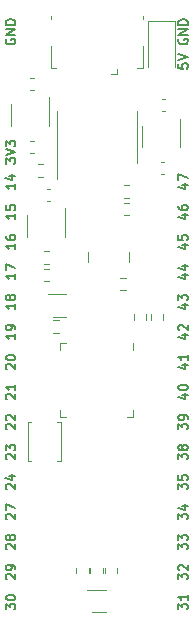
<source format=gto>
%TF.GenerationSoftware,KiCad,Pcbnew,5.1.9*%
%TF.CreationDate,2021-02-13T19:17:24+03:00*%
%TF.ProjectId,gw1ns2c-board,6777316e-7332-4632-9d62-6f6172642e6b,rev?*%
%TF.SameCoordinates,Original*%
%TF.FileFunction,Legend,Top*%
%TF.FilePolarity,Positive*%
%FSLAX46Y46*%
G04 Gerber Fmt 4.6, Leading zero omitted, Abs format (unit mm)*
G04 Created by KiCad (PCBNEW 5.1.9) date 2021-02-13 19:17:24*
%MOMM*%
%LPD*%
G01*
G04 APERTURE LIST*
%ADD10C,0.150000*%
%ADD11C,0.120000*%
G04 APERTURE END LIST*
D10*
X26612904Y-36550476D02*
X26612904Y-36055238D01*
X26917666Y-36321904D01*
X26917666Y-36207619D01*
X26955761Y-36131428D01*
X26993857Y-36093333D01*
X27070047Y-36055238D01*
X27260523Y-36055238D01*
X27336714Y-36093333D01*
X27374809Y-36131428D01*
X27412904Y-36207619D01*
X27412904Y-36436190D01*
X27374809Y-36512380D01*
X27336714Y-36550476D01*
X26612904Y-35826666D02*
X27412904Y-35560000D01*
X26612904Y-35293333D01*
X26612904Y-35102857D02*
X26612904Y-34607619D01*
X26917666Y-34874285D01*
X26917666Y-34760000D01*
X26955761Y-34683809D01*
X26993857Y-34645714D01*
X27070047Y-34607619D01*
X27260523Y-34607619D01*
X27336714Y-34645714D01*
X27374809Y-34683809D01*
X27412904Y-34760000D01*
X27412904Y-34988571D01*
X27374809Y-35064761D01*
X27336714Y-35102857D01*
X27412904Y-38252380D02*
X27412904Y-38709523D01*
X27412904Y-38480952D02*
X26612904Y-38480952D01*
X26727190Y-38557142D01*
X26803380Y-38633333D01*
X26841476Y-38709523D01*
X26879571Y-37566666D02*
X27412904Y-37566666D01*
X26574809Y-37757142D02*
X27146238Y-37947619D01*
X27146238Y-37452380D01*
X27412904Y-40792380D02*
X27412904Y-41249523D01*
X27412904Y-41020952D02*
X26612904Y-41020952D01*
X26727190Y-41097142D01*
X26803380Y-41173333D01*
X26841476Y-41249523D01*
X26612904Y-40068571D02*
X26612904Y-40449523D01*
X26993857Y-40487619D01*
X26955761Y-40449523D01*
X26917666Y-40373333D01*
X26917666Y-40182857D01*
X26955761Y-40106666D01*
X26993857Y-40068571D01*
X27070047Y-40030476D01*
X27260523Y-40030476D01*
X27336714Y-40068571D01*
X27374809Y-40106666D01*
X27412904Y-40182857D01*
X27412904Y-40373333D01*
X27374809Y-40449523D01*
X27336714Y-40487619D01*
X27412904Y-43332380D02*
X27412904Y-43789523D01*
X27412904Y-43560952D02*
X26612904Y-43560952D01*
X26727190Y-43637142D01*
X26803380Y-43713333D01*
X26841476Y-43789523D01*
X26612904Y-42646666D02*
X26612904Y-42799047D01*
X26651000Y-42875238D01*
X26689095Y-42913333D01*
X26803380Y-42989523D01*
X26955761Y-43027619D01*
X27260523Y-43027619D01*
X27336714Y-42989523D01*
X27374809Y-42951428D01*
X27412904Y-42875238D01*
X27412904Y-42722857D01*
X27374809Y-42646666D01*
X27336714Y-42608571D01*
X27260523Y-42570476D01*
X27070047Y-42570476D01*
X26993857Y-42608571D01*
X26955761Y-42646666D01*
X26917666Y-42722857D01*
X26917666Y-42875238D01*
X26955761Y-42951428D01*
X26993857Y-42989523D01*
X27070047Y-43027619D01*
X27412904Y-45872380D02*
X27412904Y-46329523D01*
X27412904Y-46100952D02*
X26612904Y-46100952D01*
X26727190Y-46177142D01*
X26803380Y-46253333D01*
X26841476Y-46329523D01*
X26612904Y-45605714D02*
X26612904Y-45072380D01*
X27412904Y-45415238D01*
X27412904Y-48412380D02*
X27412904Y-48869523D01*
X27412904Y-48640952D02*
X26612904Y-48640952D01*
X26727190Y-48717142D01*
X26803380Y-48793333D01*
X26841476Y-48869523D01*
X26955761Y-47955238D02*
X26917666Y-48031428D01*
X26879571Y-48069523D01*
X26803380Y-48107619D01*
X26765285Y-48107619D01*
X26689095Y-48069523D01*
X26651000Y-48031428D01*
X26612904Y-47955238D01*
X26612904Y-47802857D01*
X26651000Y-47726666D01*
X26689095Y-47688571D01*
X26765285Y-47650476D01*
X26803380Y-47650476D01*
X26879571Y-47688571D01*
X26917666Y-47726666D01*
X26955761Y-47802857D01*
X26955761Y-47955238D01*
X26993857Y-48031428D01*
X27031952Y-48069523D01*
X27108142Y-48107619D01*
X27260523Y-48107619D01*
X27336714Y-48069523D01*
X27374809Y-48031428D01*
X27412904Y-47955238D01*
X27412904Y-47802857D01*
X27374809Y-47726666D01*
X27336714Y-47688571D01*
X27260523Y-47650476D01*
X27108142Y-47650476D01*
X27031952Y-47688571D01*
X26993857Y-47726666D01*
X26955761Y-47802857D01*
X27412904Y-50952380D02*
X27412904Y-51409523D01*
X27412904Y-51180952D02*
X26612904Y-51180952D01*
X26727190Y-51257142D01*
X26803380Y-51333333D01*
X26841476Y-51409523D01*
X27412904Y-50571428D02*
X27412904Y-50419047D01*
X27374809Y-50342857D01*
X27336714Y-50304761D01*
X27222428Y-50228571D01*
X27070047Y-50190476D01*
X26765285Y-50190476D01*
X26689095Y-50228571D01*
X26651000Y-50266666D01*
X26612904Y-50342857D01*
X26612904Y-50495238D01*
X26651000Y-50571428D01*
X26689095Y-50609523D01*
X26765285Y-50647619D01*
X26955761Y-50647619D01*
X27031952Y-50609523D01*
X27070047Y-50571428D01*
X27108142Y-50495238D01*
X27108142Y-50342857D01*
X27070047Y-50266666D01*
X27031952Y-50228571D01*
X26955761Y-50190476D01*
X26689095Y-53949523D02*
X26651000Y-53911428D01*
X26612904Y-53835238D01*
X26612904Y-53644761D01*
X26651000Y-53568571D01*
X26689095Y-53530476D01*
X26765285Y-53492380D01*
X26841476Y-53492380D01*
X26955761Y-53530476D01*
X27412904Y-53987619D01*
X27412904Y-53492380D01*
X26612904Y-52997142D02*
X26612904Y-52920952D01*
X26651000Y-52844761D01*
X26689095Y-52806666D01*
X26765285Y-52768571D01*
X26917666Y-52730476D01*
X27108142Y-52730476D01*
X27260523Y-52768571D01*
X27336714Y-52806666D01*
X27374809Y-52844761D01*
X27412904Y-52920952D01*
X27412904Y-52997142D01*
X27374809Y-53073333D01*
X27336714Y-53111428D01*
X27260523Y-53149523D01*
X27108142Y-53187619D01*
X26917666Y-53187619D01*
X26765285Y-53149523D01*
X26689095Y-53111428D01*
X26651000Y-53073333D01*
X26612904Y-52997142D01*
X26689095Y-56489523D02*
X26651000Y-56451428D01*
X26612904Y-56375238D01*
X26612904Y-56184761D01*
X26651000Y-56108571D01*
X26689095Y-56070476D01*
X26765285Y-56032380D01*
X26841476Y-56032380D01*
X26955761Y-56070476D01*
X27412904Y-56527619D01*
X27412904Y-56032380D01*
X27412904Y-55270476D02*
X27412904Y-55727619D01*
X27412904Y-55499047D02*
X26612904Y-55499047D01*
X26727190Y-55575238D01*
X26803380Y-55651428D01*
X26841476Y-55727619D01*
X26689095Y-59029523D02*
X26651000Y-58991428D01*
X26612904Y-58915238D01*
X26612904Y-58724761D01*
X26651000Y-58648571D01*
X26689095Y-58610476D01*
X26765285Y-58572380D01*
X26841476Y-58572380D01*
X26955761Y-58610476D01*
X27412904Y-59067619D01*
X27412904Y-58572380D01*
X26689095Y-58267619D02*
X26651000Y-58229523D01*
X26612904Y-58153333D01*
X26612904Y-57962857D01*
X26651000Y-57886666D01*
X26689095Y-57848571D01*
X26765285Y-57810476D01*
X26841476Y-57810476D01*
X26955761Y-57848571D01*
X27412904Y-58305714D01*
X27412904Y-57810476D01*
X26689095Y-61569523D02*
X26651000Y-61531428D01*
X26612904Y-61455238D01*
X26612904Y-61264761D01*
X26651000Y-61188571D01*
X26689095Y-61150476D01*
X26765285Y-61112380D01*
X26841476Y-61112380D01*
X26955761Y-61150476D01*
X27412904Y-61607619D01*
X27412904Y-61112380D01*
X26612904Y-60845714D02*
X26612904Y-60350476D01*
X26917666Y-60617142D01*
X26917666Y-60502857D01*
X26955761Y-60426666D01*
X26993857Y-60388571D01*
X27070047Y-60350476D01*
X27260523Y-60350476D01*
X27336714Y-60388571D01*
X27374809Y-60426666D01*
X27412904Y-60502857D01*
X27412904Y-60731428D01*
X27374809Y-60807619D01*
X27336714Y-60845714D01*
X26689095Y-64109523D02*
X26651000Y-64071428D01*
X26612904Y-63995238D01*
X26612904Y-63804761D01*
X26651000Y-63728571D01*
X26689095Y-63690476D01*
X26765285Y-63652380D01*
X26841476Y-63652380D01*
X26955761Y-63690476D01*
X27412904Y-64147619D01*
X27412904Y-63652380D01*
X26879571Y-62966666D02*
X27412904Y-62966666D01*
X26574809Y-63157142D02*
X27146238Y-63347619D01*
X27146238Y-62852380D01*
X26689095Y-66649523D02*
X26651000Y-66611428D01*
X26612904Y-66535238D01*
X26612904Y-66344761D01*
X26651000Y-66268571D01*
X26689095Y-66230476D01*
X26765285Y-66192380D01*
X26841476Y-66192380D01*
X26955761Y-66230476D01*
X27412904Y-66687619D01*
X27412904Y-66192380D01*
X26612904Y-65925714D02*
X26612904Y-65392380D01*
X27412904Y-65735238D01*
X26689095Y-69189523D02*
X26651000Y-69151428D01*
X26612904Y-69075238D01*
X26612904Y-68884761D01*
X26651000Y-68808571D01*
X26689095Y-68770476D01*
X26765285Y-68732380D01*
X26841476Y-68732380D01*
X26955761Y-68770476D01*
X27412904Y-69227619D01*
X27412904Y-68732380D01*
X26955761Y-68275238D02*
X26917666Y-68351428D01*
X26879571Y-68389523D01*
X26803380Y-68427619D01*
X26765285Y-68427619D01*
X26689095Y-68389523D01*
X26651000Y-68351428D01*
X26612904Y-68275238D01*
X26612904Y-68122857D01*
X26651000Y-68046666D01*
X26689095Y-68008571D01*
X26765285Y-67970476D01*
X26803380Y-67970476D01*
X26879571Y-68008571D01*
X26917666Y-68046666D01*
X26955761Y-68122857D01*
X26955761Y-68275238D01*
X26993857Y-68351428D01*
X27031952Y-68389523D01*
X27108142Y-68427619D01*
X27260523Y-68427619D01*
X27336714Y-68389523D01*
X27374809Y-68351428D01*
X27412904Y-68275238D01*
X27412904Y-68122857D01*
X27374809Y-68046666D01*
X27336714Y-68008571D01*
X27260523Y-67970476D01*
X27108142Y-67970476D01*
X27031952Y-68008571D01*
X26993857Y-68046666D01*
X26955761Y-68122857D01*
X26689095Y-71729523D02*
X26651000Y-71691428D01*
X26612904Y-71615238D01*
X26612904Y-71424761D01*
X26651000Y-71348571D01*
X26689095Y-71310476D01*
X26765285Y-71272380D01*
X26841476Y-71272380D01*
X26955761Y-71310476D01*
X27412904Y-71767619D01*
X27412904Y-71272380D01*
X27412904Y-70891428D02*
X27412904Y-70739047D01*
X27374809Y-70662857D01*
X27336714Y-70624761D01*
X27222428Y-70548571D01*
X27070047Y-70510476D01*
X26765285Y-70510476D01*
X26689095Y-70548571D01*
X26651000Y-70586666D01*
X26612904Y-70662857D01*
X26612904Y-70815238D01*
X26651000Y-70891428D01*
X26689095Y-70929523D01*
X26765285Y-70967619D01*
X26955761Y-70967619D01*
X27031952Y-70929523D01*
X27070047Y-70891428D01*
X27108142Y-70815238D01*
X27108142Y-70662857D01*
X27070047Y-70586666D01*
X27031952Y-70548571D01*
X26955761Y-70510476D01*
X26612904Y-74307619D02*
X26612904Y-73812380D01*
X26917666Y-74079047D01*
X26917666Y-73964761D01*
X26955761Y-73888571D01*
X26993857Y-73850476D01*
X27070047Y-73812380D01*
X27260523Y-73812380D01*
X27336714Y-73850476D01*
X27374809Y-73888571D01*
X27412904Y-73964761D01*
X27412904Y-74193333D01*
X27374809Y-74269523D01*
X27336714Y-74307619D01*
X26612904Y-73317142D02*
X26612904Y-73240952D01*
X26651000Y-73164761D01*
X26689095Y-73126666D01*
X26765285Y-73088571D01*
X26917666Y-73050476D01*
X27108142Y-73050476D01*
X27260523Y-73088571D01*
X27336714Y-73126666D01*
X27374809Y-73164761D01*
X27412904Y-73240952D01*
X27412904Y-73317142D01*
X27374809Y-73393333D01*
X27336714Y-73431428D01*
X27260523Y-73469523D01*
X27108142Y-73507619D01*
X26917666Y-73507619D01*
X26765285Y-73469523D01*
X26689095Y-73431428D01*
X26651000Y-73393333D01*
X26612904Y-73317142D01*
X26651000Y-26009523D02*
X26612904Y-26085714D01*
X26612904Y-26200000D01*
X26651000Y-26314285D01*
X26727190Y-26390476D01*
X26803380Y-26428571D01*
X26955761Y-26466666D01*
X27070047Y-26466666D01*
X27222428Y-26428571D01*
X27298619Y-26390476D01*
X27374809Y-26314285D01*
X27412904Y-26200000D01*
X27412904Y-26123809D01*
X27374809Y-26009523D01*
X27336714Y-25971428D01*
X27070047Y-25971428D01*
X27070047Y-26123809D01*
X27412904Y-25628571D02*
X26612904Y-25628571D01*
X27412904Y-25171428D01*
X26612904Y-25171428D01*
X27412904Y-24790476D02*
X26612904Y-24790476D01*
X26612904Y-24600000D01*
X26651000Y-24485714D01*
X26727190Y-24409523D01*
X26803380Y-24371428D01*
X26955761Y-24333333D01*
X27070047Y-24333333D01*
X27222428Y-24371428D01*
X27298619Y-24409523D01*
X27374809Y-24485714D01*
X27412904Y-24600000D01*
X27412904Y-24790476D01*
X41256000Y-26009523D02*
X41217904Y-26085714D01*
X41217904Y-26200000D01*
X41256000Y-26314285D01*
X41332190Y-26390476D01*
X41408380Y-26428571D01*
X41560761Y-26466666D01*
X41675047Y-26466666D01*
X41827428Y-26428571D01*
X41903619Y-26390476D01*
X41979809Y-26314285D01*
X42017904Y-26200000D01*
X42017904Y-26123809D01*
X41979809Y-26009523D01*
X41941714Y-25971428D01*
X41675047Y-25971428D01*
X41675047Y-26123809D01*
X42017904Y-25628571D02*
X41217904Y-25628571D01*
X42017904Y-25171428D01*
X41217904Y-25171428D01*
X42017904Y-24790476D02*
X41217904Y-24790476D01*
X41217904Y-24600000D01*
X41256000Y-24485714D01*
X41332190Y-24409523D01*
X41408380Y-24371428D01*
X41560761Y-24333333D01*
X41675047Y-24333333D01*
X41827428Y-24371428D01*
X41903619Y-24409523D01*
X41979809Y-24485714D01*
X42017904Y-24600000D01*
X42017904Y-24790476D01*
X41217904Y-28092380D02*
X41217904Y-28473333D01*
X41598857Y-28511428D01*
X41560761Y-28473333D01*
X41522666Y-28397142D01*
X41522666Y-28206666D01*
X41560761Y-28130476D01*
X41598857Y-28092380D01*
X41675047Y-28054285D01*
X41865523Y-28054285D01*
X41941714Y-28092380D01*
X41979809Y-28130476D01*
X42017904Y-28206666D01*
X42017904Y-28397142D01*
X41979809Y-28473333D01*
X41941714Y-28511428D01*
X41217904Y-27825714D02*
X42017904Y-27559047D01*
X41217904Y-27292380D01*
X41484571Y-38328571D02*
X42017904Y-38328571D01*
X41179809Y-38519047D02*
X41751238Y-38709523D01*
X41751238Y-38214285D01*
X41217904Y-37985714D02*
X41217904Y-37452380D01*
X42017904Y-37795238D01*
X41484571Y-40868571D02*
X42017904Y-40868571D01*
X41179809Y-41059047D02*
X41751238Y-41249523D01*
X41751238Y-40754285D01*
X41217904Y-40106666D02*
X41217904Y-40259047D01*
X41256000Y-40335238D01*
X41294095Y-40373333D01*
X41408380Y-40449523D01*
X41560761Y-40487619D01*
X41865523Y-40487619D01*
X41941714Y-40449523D01*
X41979809Y-40411428D01*
X42017904Y-40335238D01*
X42017904Y-40182857D01*
X41979809Y-40106666D01*
X41941714Y-40068571D01*
X41865523Y-40030476D01*
X41675047Y-40030476D01*
X41598857Y-40068571D01*
X41560761Y-40106666D01*
X41522666Y-40182857D01*
X41522666Y-40335238D01*
X41560761Y-40411428D01*
X41598857Y-40449523D01*
X41675047Y-40487619D01*
X41484571Y-43408571D02*
X42017904Y-43408571D01*
X41179809Y-43599047D02*
X41751238Y-43789523D01*
X41751238Y-43294285D01*
X41217904Y-42608571D02*
X41217904Y-42989523D01*
X41598857Y-43027619D01*
X41560761Y-42989523D01*
X41522666Y-42913333D01*
X41522666Y-42722857D01*
X41560761Y-42646666D01*
X41598857Y-42608571D01*
X41675047Y-42570476D01*
X41865523Y-42570476D01*
X41941714Y-42608571D01*
X41979809Y-42646666D01*
X42017904Y-42722857D01*
X42017904Y-42913333D01*
X41979809Y-42989523D01*
X41941714Y-43027619D01*
X41484571Y-45948571D02*
X42017904Y-45948571D01*
X41179809Y-46139047D02*
X41751238Y-46329523D01*
X41751238Y-45834285D01*
X41484571Y-45186666D02*
X42017904Y-45186666D01*
X41179809Y-45377142D02*
X41751238Y-45567619D01*
X41751238Y-45072380D01*
X41484571Y-48488571D02*
X42017904Y-48488571D01*
X41179809Y-48679047D02*
X41751238Y-48869523D01*
X41751238Y-48374285D01*
X41217904Y-48145714D02*
X41217904Y-47650476D01*
X41522666Y-47917142D01*
X41522666Y-47802857D01*
X41560761Y-47726666D01*
X41598857Y-47688571D01*
X41675047Y-47650476D01*
X41865523Y-47650476D01*
X41941714Y-47688571D01*
X41979809Y-47726666D01*
X42017904Y-47802857D01*
X42017904Y-48031428D01*
X41979809Y-48107619D01*
X41941714Y-48145714D01*
X41484571Y-51028571D02*
X42017904Y-51028571D01*
X41179809Y-51219047D02*
X41751238Y-51409523D01*
X41751238Y-50914285D01*
X41294095Y-50647619D02*
X41256000Y-50609523D01*
X41217904Y-50533333D01*
X41217904Y-50342857D01*
X41256000Y-50266666D01*
X41294095Y-50228571D01*
X41370285Y-50190476D01*
X41446476Y-50190476D01*
X41560761Y-50228571D01*
X42017904Y-50685714D01*
X42017904Y-50190476D01*
X41484571Y-53568571D02*
X42017904Y-53568571D01*
X41179809Y-53759047D02*
X41751238Y-53949523D01*
X41751238Y-53454285D01*
X42017904Y-52730476D02*
X42017904Y-53187619D01*
X42017904Y-52959047D02*
X41217904Y-52959047D01*
X41332190Y-53035238D01*
X41408380Y-53111428D01*
X41446476Y-53187619D01*
X41484571Y-56108571D02*
X42017904Y-56108571D01*
X41179809Y-56299047D02*
X41751238Y-56489523D01*
X41751238Y-55994285D01*
X41217904Y-55537142D02*
X41217904Y-55460952D01*
X41256000Y-55384761D01*
X41294095Y-55346666D01*
X41370285Y-55308571D01*
X41522666Y-55270476D01*
X41713142Y-55270476D01*
X41865523Y-55308571D01*
X41941714Y-55346666D01*
X41979809Y-55384761D01*
X42017904Y-55460952D01*
X42017904Y-55537142D01*
X41979809Y-55613333D01*
X41941714Y-55651428D01*
X41865523Y-55689523D01*
X41713142Y-55727619D01*
X41522666Y-55727619D01*
X41370285Y-55689523D01*
X41294095Y-55651428D01*
X41256000Y-55613333D01*
X41217904Y-55537142D01*
X41217904Y-59067619D02*
X41217904Y-58572380D01*
X41522666Y-58839047D01*
X41522666Y-58724761D01*
X41560761Y-58648571D01*
X41598857Y-58610476D01*
X41675047Y-58572380D01*
X41865523Y-58572380D01*
X41941714Y-58610476D01*
X41979809Y-58648571D01*
X42017904Y-58724761D01*
X42017904Y-58953333D01*
X41979809Y-59029523D01*
X41941714Y-59067619D01*
X42017904Y-58191428D02*
X42017904Y-58039047D01*
X41979809Y-57962857D01*
X41941714Y-57924761D01*
X41827428Y-57848571D01*
X41675047Y-57810476D01*
X41370285Y-57810476D01*
X41294095Y-57848571D01*
X41256000Y-57886666D01*
X41217904Y-57962857D01*
X41217904Y-58115238D01*
X41256000Y-58191428D01*
X41294095Y-58229523D01*
X41370285Y-58267619D01*
X41560761Y-58267619D01*
X41636952Y-58229523D01*
X41675047Y-58191428D01*
X41713142Y-58115238D01*
X41713142Y-57962857D01*
X41675047Y-57886666D01*
X41636952Y-57848571D01*
X41560761Y-57810476D01*
X41217904Y-61607619D02*
X41217904Y-61112380D01*
X41522666Y-61379047D01*
X41522666Y-61264761D01*
X41560761Y-61188571D01*
X41598857Y-61150476D01*
X41675047Y-61112380D01*
X41865523Y-61112380D01*
X41941714Y-61150476D01*
X41979809Y-61188571D01*
X42017904Y-61264761D01*
X42017904Y-61493333D01*
X41979809Y-61569523D01*
X41941714Y-61607619D01*
X41560761Y-60655238D02*
X41522666Y-60731428D01*
X41484571Y-60769523D01*
X41408380Y-60807619D01*
X41370285Y-60807619D01*
X41294095Y-60769523D01*
X41256000Y-60731428D01*
X41217904Y-60655238D01*
X41217904Y-60502857D01*
X41256000Y-60426666D01*
X41294095Y-60388571D01*
X41370285Y-60350476D01*
X41408380Y-60350476D01*
X41484571Y-60388571D01*
X41522666Y-60426666D01*
X41560761Y-60502857D01*
X41560761Y-60655238D01*
X41598857Y-60731428D01*
X41636952Y-60769523D01*
X41713142Y-60807619D01*
X41865523Y-60807619D01*
X41941714Y-60769523D01*
X41979809Y-60731428D01*
X42017904Y-60655238D01*
X42017904Y-60502857D01*
X41979809Y-60426666D01*
X41941714Y-60388571D01*
X41865523Y-60350476D01*
X41713142Y-60350476D01*
X41636952Y-60388571D01*
X41598857Y-60426666D01*
X41560761Y-60502857D01*
X41217904Y-64147619D02*
X41217904Y-63652380D01*
X41522666Y-63919047D01*
X41522666Y-63804761D01*
X41560761Y-63728571D01*
X41598857Y-63690476D01*
X41675047Y-63652380D01*
X41865523Y-63652380D01*
X41941714Y-63690476D01*
X41979809Y-63728571D01*
X42017904Y-63804761D01*
X42017904Y-64033333D01*
X41979809Y-64109523D01*
X41941714Y-64147619D01*
X41217904Y-62928571D02*
X41217904Y-63309523D01*
X41598857Y-63347619D01*
X41560761Y-63309523D01*
X41522666Y-63233333D01*
X41522666Y-63042857D01*
X41560761Y-62966666D01*
X41598857Y-62928571D01*
X41675047Y-62890476D01*
X41865523Y-62890476D01*
X41941714Y-62928571D01*
X41979809Y-62966666D01*
X42017904Y-63042857D01*
X42017904Y-63233333D01*
X41979809Y-63309523D01*
X41941714Y-63347619D01*
X41217904Y-66687619D02*
X41217904Y-66192380D01*
X41522666Y-66459047D01*
X41522666Y-66344761D01*
X41560761Y-66268571D01*
X41598857Y-66230476D01*
X41675047Y-66192380D01*
X41865523Y-66192380D01*
X41941714Y-66230476D01*
X41979809Y-66268571D01*
X42017904Y-66344761D01*
X42017904Y-66573333D01*
X41979809Y-66649523D01*
X41941714Y-66687619D01*
X41484571Y-65506666D02*
X42017904Y-65506666D01*
X41179809Y-65697142D02*
X41751238Y-65887619D01*
X41751238Y-65392380D01*
X41217904Y-69227619D02*
X41217904Y-68732380D01*
X41522666Y-68999047D01*
X41522666Y-68884761D01*
X41560761Y-68808571D01*
X41598857Y-68770476D01*
X41675047Y-68732380D01*
X41865523Y-68732380D01*
X41941714Y-68770476D01*
X41979809Y-68808571D01*
X42017904Y-68884761D01*
X42017904Y-69113333D01*
X41979809Y-69189523D01*
X41941714Y-69227619D01*
X41217904Y-68465714D02*
X41217904Y-67970476D01*
X41522666Y-68237142D01*
X41522666Y-68122857D01*
X41560761Y-68046666D01*
X41598857Y-68008571D01*
X41675047Y-67970476D01*
X41865523Y-67970476D01*
X41941714Y-68008571D01*
X41979809Y-68046666D01*
X42017904Y-68122857D01*
X42017904Y-68351428D01*
X41979809Y-68427619D01*
X41941714Y-68465714D01*
X41217904Y-71767619D02*
X41217904Y-71272380D01*
X41522666Y-71539047D01*
X41522666Y-71424761D01*
X41560761Y-71348571D01*
X41598857Y-71310476D01*
X41675047Y-71272380D01*
X41865523Y-71272380D01*
X41941714Y-71310476D01*
X41979809Y-71348571D01*
X42017904Y-71424761D01*
X42017904Y-71653333D01*
X41979809Y-71729523D01*
X41941714Y-71767619D01*
X41294095Y-70967619D02*
X41256000Y-70929523D01*
X41217904Y-70853333D01*
X41217904Y-70662857D01*
X41256000Y-70586666D01*
X41294095Y-70548571D01*
X41370285Y-70510476D01*
X41446476Y-70510476D01*
X41560761Y-70548571D01*
X42017904Y-71005714D01*
X42017904Y-70510476D01*
X41217904Y-74307619D02*
X41217904Y-73812380D01*
X41522666Y-74079047D01*
X41522666Y-73964761D01*
X41560761Y-73888571D01*
X41598857Y-73850476D01*
X41675047Y-73812380D01*
X41865523Y-73812380D01*
X41941714Y-73850476D01*
X41979809Y-73888571D01*
X42017904Y-73964761D01*
X42017904Y-74193333D01*
X41979809Y-74269523D01*
X41941714Y-74307619D01*
X42017904Y-73050476D02*
X42017904Y-73507619D01*
X42017904Y-73279047D02*
X41217904Y-73279047D01*
X41332190Y-73355238D01*
X41408380Y-73431428D01*
X41446476Y-73507619D01*
D11*
%TO.C,D3*%
X38679500Y-24512000D02*
X38679500Y-28397000D01*
X40949500Y-24512000D02*
X38679500Y-24512000D01*
X40949500Y-28397000D02*
X40949500Y-24512000D01*
%TO.C,SW1*%
X31245000Y-61721000D02*
X30945000Y-61721000D01*
X31245000Y-58421000D02*
X31245000Y-61721000D01*
X30945000Y-58421000D02*
X31245000Y-58421000D01*
X28445000Y-61721000D02*
X28745000Y-61721000D01*
X28445000Y-58421000D02*
X28445000Y-61721000D01*
X28745000Y-58421000D02*
X28445000Y-58421000D01*
%TO.C,R12*%
X37067258Y-40908500D02*
X36592742Y-40908500D01*
X37067258Y-39863500D02*
X36592742Y-39863500D01*
%TO.C,R11*%
X37067258Y-39448000D02*
X36592742Y-39448000D01*
X37067258Y-38403000D02*
X36592742Y-38403000D01*
%TO.C,U2*%
X37400000Y-57424000D02*
X37400000Y-57974000D01*
X37400000Y-57974000D02*
X36850000Y-57974000D01*
X31180000Y-52304000D02*
X31180000Y-51754000D01*
X31180000Y-51754000D02*
X31730000Y-51754000D01*
X31180000Y-57424000D02*
X31180000Y-57974000D01*
X31180000Y-57974000D02*
X31730000Y-57974000D01*
X37400000Y-52304000D02*
X37400000Y-51754000D01*
%TO.C,D2*%
X33490000Y-72650000D02*
X35090000Y-72650000D01*
X33940000Y-74550000D02*
X35090000Y-74550000D01*
%TO.C,D1*%
X30137200Y-47614800D02*
X31737200Y-47614800D01*
X30587200Y-49514800D02*
X31737200Y-49514800D01*
%TO.C,RN1*%
X33586000Y-44850000D02*
X33586000Y-44050000D01*
X37026000Y-44850000D02*
X37026000Y-44050000D01*
%TO.C,U5*%
X31645500Y-42746500D02*
X31645500Y-40296500D01*
X28425500Y-40946500D02*
X28425500Y-42746500D01*
%TO.C,U4*%
X30248500Y-33348500D02*
X30248500Y-30898500D01*
X27028500Y-31548500D02*
X27028500Y-33348500D01*
%TO.C,U3*%
X41361000Y-35190000D02*
X41361000Y-32740000D01*
X38141000Y-33390000D02*
X38141000Y-35190000D01*
%TO.C,U1*%
X30905000Y-34290000D02*
X30905000Y-37890000D01*
X30905000Y-34290000D02*
X30905000Y-32090000D01*
X37675000Y-34290000D02*
X37675000Y-36490000D01*
X37675000Y-34290000D02*
X37675000Y-32090000D01*
%TO.C,R10*%
X30272758Y-45451500D02*
X29798242Y-45451500D01*
X30272758Y-46496500D02*
X29798242Y-46496500D01*
%TO.C,R9*%
X29798242Y-45036000D02*
X30272758Y-45036000D01*
X29798242Y-43991000D02*
X30272758Y-43991000D01*
%TO.C,R8*%
X36019000Y-71230258D02*
X36019000Y-70755742D01*
X34974000Y-71230258D02*
X34974000Y-70755742D01*
%TO.C,R7*%
X33606000Y-71230258D02*
X33606000Y-70755742D01*
X32561000Y-71230258D02*
X32561000Y-70755742D01*
%TO.C,R6*%
X34812500Y-71230258D02*
X34812500Y-70755742D01*
X33767500Y-71230258D02*
X33767500Y-70755742D01*
%TO.C,R5*%
X30598342Y-50865300D02*
X31072858Y-50865300D01*
X30598342Y-49820300D02*
X31072858Y-49820300D01*
%TO.C,R4*%
X37425100Y-49292742D02*
X37425100Y-49767258D01*
X38470100Y-49292742D02*
X38470100Y-49767258D01*
%TO.C,R3*%
X36275242Y-47258500D02*
X36749758Y-47258500D01*
X36275242Y-46213500D02*
X36749758Y-46213500D01*
%TO.C,R2*%
X29764758Y-36625000D02*
X29290242Y-36625000D01*
X29764758Y-37670000D02*
X29290242Y-37670000D01*
%TO.C,R1*%
X38898300Y-49292742D02*
X38898300Y-49767258D01*
X39943300Y-49292742D02*
X39943300Y-49767258D01*
%TO.C,J1*%
X35990000Y-28982500D02*
X35990000Y-28532500D01*
X35990000Y-28982500D02*
X35540000Y-28982500D01*
X30390000Y-28432500D02*
X30840000Y-28432500D01*
X30390000Y-26582500D02*
X30390000Y-28432500D01*
X38190000Y-24032500D02*
X38190000Y-24282500D01*
X30390000Y-24032500D02*
X30390000Y-24282500D01*
X38190000Y-26582500D02*
X38190000Y-28432500D01*
X38190000Y-28432500D02*
X37740000Y-28432500D01*
%TO.C,C10*%
X28969580Y-34605500D02*
X28688420Y-34605500D01*
X28969580Y-35625500D02*
X28688420Y-35625500D01*
%TO.C,C9*%
X28969580Y-29271500D02*
X28688420Y-29271500D01*
X28969580Y-30291500D02*
X28688420Y-30291500D01*
%TO.C,C8*%
X30353580Y-38669500D02*
X30072420Y-38669500D01*
X30353580Y-39689500D02*
X30072420Y-39689500D01*
%TO.C,C6*%
X40018580Y-36447000D02*
X39737420Y-36447000D01*
X40018580Y-37467000D02*
X39737420Y-37467000D01*
%TO.C,C5*%
X40082080Y-31113000D02*
X39800920Y-31113000D01*
X40082080Y-32133000D02*
X39800920Y-32133000D01*
%TD*%
M02*

</source>
